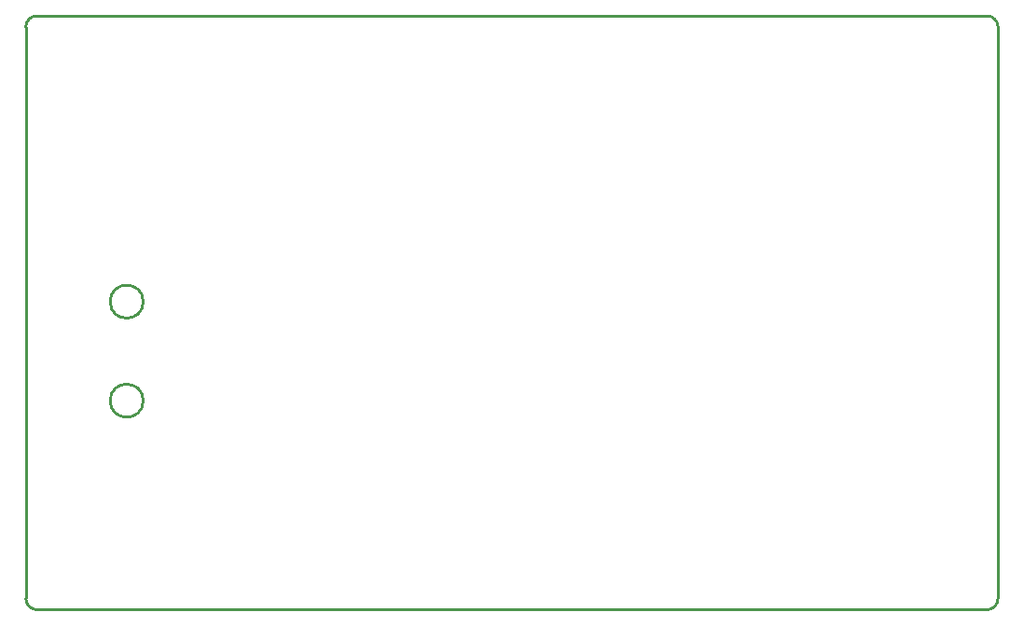
<source format=gko>
G04 Layer_Color=16711935*
%FSTAX24Y24*%
%MOIN*%
G70*
G01*
G75*
%ADD22C,0.0100*%
D22*
X0289Y04729D02*
G03*
X0285Y04689I0J-0004D01*
G01*
Y02644D02*
G03*
X0289Y02604I0004J0D01*
G01*
X06285D02*
G03*
X06325Y02644I0J0004D01*
G01*
Y04689D02*
G03*
X06285Y04729I-0004J0D01*
G01*
X032697Y033518D02*
G03*
X032697Y033518I-000591J0D01*
G01*
Y037062D02*
G03*
X032697Y037062I-000591J0D01*
G01*
X0285Y02644D02*
Y04689D01*
X0289Y04729D02*
X06285D01*
X0289Y02604D02*
X06285D01*
X06325Y02644D02*
Y04689D01*
M02*

</source>
